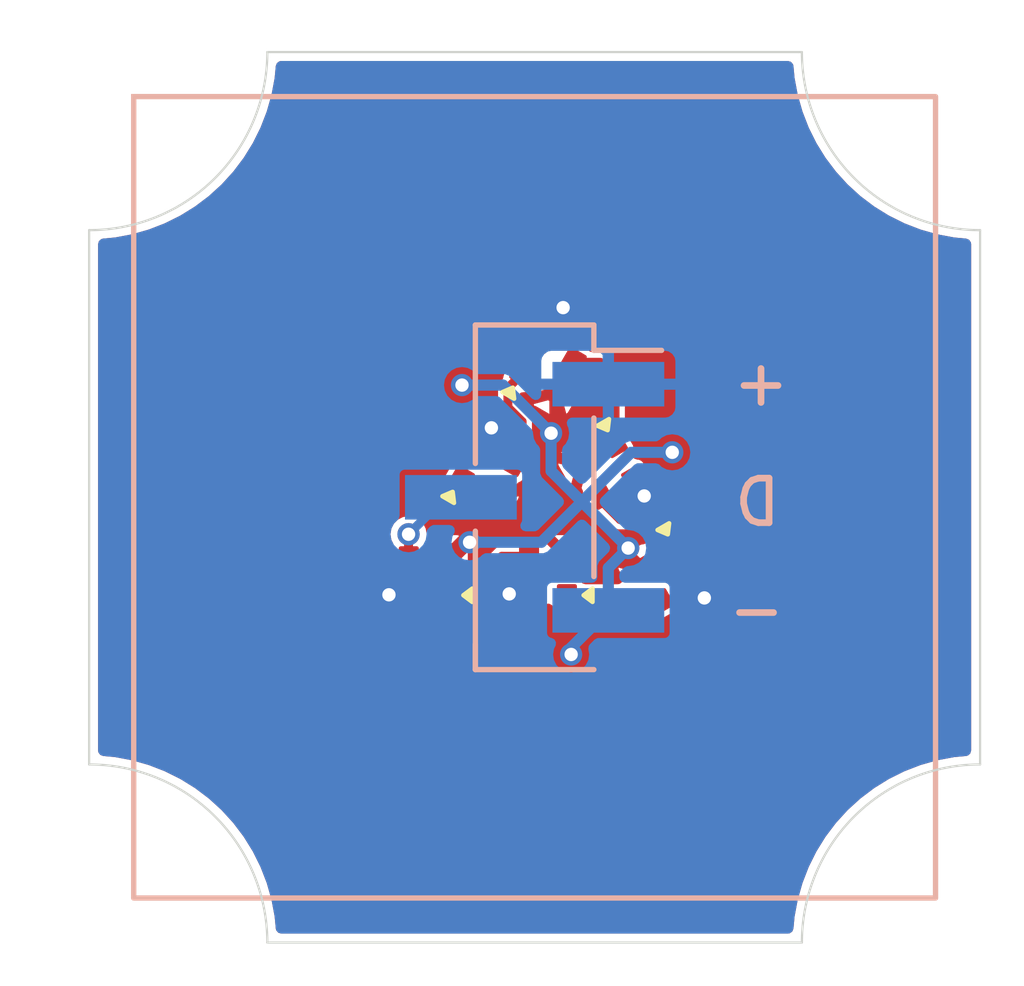
<source format=kicad_pcb>
(kicad_pcb (version 20240108) (generator "pcbnew") (generator_version "8.0")
  (layers (0 "F.Cu" signal) (31 "B.Cu" signal) (34 "B.Paste" user) (35 "F.Paste" user) (36 "B.SilkS" user "B.Silkscreen") (37 "F.SilkS" user "F.Silkscreen") (38 "B.Mask" user) (39 "F.Mask" user) (44 "Edge.Cuts" user))
  (net 0 "")
  (net 1 "GND")
  (net 2 "+5V")
  (net 3 "Net-(D1-DIN)")
  (net 4 "Net-(D1-DOUT)")
  (net 5 "Net-(D2-DOUT)")
  (net 6 "Net-(D3-DOUT)")
  (net 7 "Net-(D4-DOUT)")
  (net 8 "Net-(D5-DOUT)")
  (footprint "Pixels-dice:XL-1010RGBC-WS2812B" (layer "F.Cu") (at 133 81.75 -60)
    (property "Reference" "D3" (hide yes))
    (property "Value" "XL-1010RGBC-WS2812B")
    (fp_poly (pts (xy -0.8 -0.449999) (xy -1 -0.6) (xy -0.999999 -0.3)) (stroke (width 0.1)) (fill solid) (layer "F.SilkS"))
    (pad "1" smd roundrect (at -0.425 -0.425 300) (size 0.45 0.45) (layers "F.Cu" "F.Paste" "F.Mask") (roundrect_rratio 0.1) (net 6 "Net-(D3-DOUT)"))
    (pad "2" smd roundrect (at 0.425 -0.425 300) (size 0.45 0.45) (layers "F.Cu" "F.Paste" "F.Mask") (roundrect_rratio 0.1) (net 2 "+5V"))
    (pad "3" smd roundrect (at -0.425 0.425 300) (size 0.45 0.45) (layers "F.Cu" "F.Paste" "F.Mask") (roundrect_rratio 0.1) (net 1 "GND"))
    (pad "4" smd roundrect (at 0.425 0.425 300) (size 0.45 0.45) (layers "F.Cu" "F.Paste" "F.Mask") (roundrect_rratio 0.1) (net 5 "Net-(D2-DOUT)"))
  )
  (footprint "Pixels-dice:XL-1010RGBC-WS2812B" (layer "F.Cu") (at 131.65 79.41 -60)
    (property "Reference" "D4" (hide yes))
    (property "Value" "XL-1010RGBC-WS2812B")
    (fp_poly (pts (xy -0.8 -0.449999) (xy -1 -0.6) (xy -0.999999 -0.3)) (stroke (width 0.1)) (fill solid) (layer "F.SilkS"))
    (pad "1" smd roundrect (at -0.425 -0.425 300) (size 0.45 0.45) (layers "F.Cu" "F.Paste" "F.Mask") (roundrect_rratio 0.1) (net 7 "Net-(D4-DOUT)"))
    (pad "2" smd roundrect (at 0.425 -0.425 300) (size 0.45 0.45) (layers "F.Cu" "F.Paste" "F.Mask") (roundrect_rratio 0.1) (net 2 "+5V"))
    (pad "3" smd roundrect (at -0.425 0.425 300) (size 0.45 0.45) (layers "F.Cu" "F.Paste" "F.Mask") (roundrect_rratio 0.1) (net 1 "GND"))
    (pad "4" smd roundrect (at 0.425 0.425 300) (size 0.45 0.45) (layers "F.Cu" "F.Paste" "F.Mask") (roundrect_rratio 0.1) (net 6 "Net-(D3-DOUT)"))
  )
  (footprint "Pixels-dice:XL-1010RGBC-WS2812B" (layer "F.Cu") (at 130.3 81.75 180)
    (property "Reference" "D2" (hide yes))
    (property "Value" "XL-1010RGBC-WS2812B")
    (fp_poly (pts (xy -0.8 -0.45) (xy -1 -0.6) (xy -1 -0.3)) (stroke (width 0.1)) (fill solid) (layer "F.SilkS"))
    (pad "1" smd roundrect (at -0.425 -0.425 180) (size 0.45 0.45) (layers "F.Cu" "F.Paste" "F.Mask") (roundrect_rratio 0.1) (net 5 "Net-(D2-DOUT)"))
    (pad "2" smd roundrect (at 0.425 -0.425 180) (size 0.45 0.45) (layers "F.Cu" "F.Paste" "F.Mask") (roundrect_rratio 0.1) (net 2 "+5V"))
    (pad "3" smd roundrect (at -0.425 0.425 180) (size 0.45 0.45) (layers "F.Cu" "F.Paste" "F.Mask") (roundrect_rratio 0.1) (net 1 "GND"))
    (pad "4" smd roundrect (at 0.425 0.425 180) (size 0.45 0.45) (layers "F.Cu" "F.Paste" "F.Mask") (roundrect_rratio 0.1) (net 4 "Net-(D1-DOUT)"))
  )
  (footprint "Pixels-dice:XL-1010RGBC-WS2812B" (layer "F.Cu") (at 128.95 79.41 60)
    (property "Reference" "D6" (hide yes))
    (property "Value" "XL-1010RGBC-WS2812B")
    (fp_poly (pts (xy -0.8 -0.45) (xy -1 -0.6) (xy -1 -0.300001)) (stroke (width 0.1)) (fill solid) (layer "F.SilkS"))
    (pad "1" smd roundrect (at -0.425 -0.425 60) (size 0.45 0.45) (layers "F.Cu" "F.Paste" "F.Mask") (roundrect_rratio 0.1))
    (pad "2" smd roundrect (at 0.425 -0.425 60) (size 0.45 0.45) (layers "F.Cu" "F.Paste" "F.Mask") (roundrect_rratio 0.1) (net 2 "+5V"))
    (pad "3" smd roundrect (at -0.425 0.425 60) (size 0.45 0.45) (layers "F.Cu" "F.Paste" "F.Mask") (roundrect_rratio 0.1) (net 1 "GND"))
    (pad "4" smd roundrect (at 0.425 0.425 60) (size 0.45 0.45) (layers "F.Cu" "F.Paste" "F.Mask") (roundrect_rratio 0.1) (net 8 "Net-(D5-DOUT)"))
  )
  (footprint "Pixels-dice:XL-1010RGBC-WS2812B" (layer "F.Cu") (at 127.6 81.75 180)
    (property "Reference" "D1" (hide yes))
    (property "Value" "XL-1010RGBC-WS2812B")
    (fp_poly (pts (xy -0.8 -0.45) (xy -1 -0.6) (xy -1 -0.3)) (stroke (width 0.1)) (fill solid) (layer "F.SilkS"))
    (pad "1" smd roundrect (at -0.425 -0.425 180) (size 0.45 0.45) (layers "F.Cu" "F.Paste" "F.Mask") (roundrect_rratio 0.1) (net 4 "Net-(D1-DOUT)"))
    (pad "2" smd roundrect (at 0.425 -0.425 180) (size 0.45 0.45) (layers "F.Cu" "F.Paste" "F.Mask") (roundrect_rratio 0.1) (net 2 "+5V"))
    (pad "3" smd roundrect (at -0.425 0.425 180) (size 0.45 0.45) (layers "F.Cu" "F.Paste" "F.Mask") (roundrect_rratio 0.1) (net 1 "GND"))
    (pad "4" smd roundrect (at 0.425 0.425 180) (size 0.45 0.45) (layers "F.Cu" "F.Paste" "F.Mask") (roundrect_rratio 0.1) (net 3 "Net-(D1-DIN)"))
  )
  (footprint "Pixels-dice:XL-1010RGBC-WS2812B" (layer "F.Cu") (at 130.3 77.07 60)
    (property "Reference" "D5" (hide yes))
    (property "Value" "XL-1010RGBC-WS2812B")
    (fp_poly (pts (xy -0.8 -0.45) (xy -1 -0.6) (xy -1 -0.300001)) (stroke (width 0.1)) (fill solid) (layer "F.SilkS"))
    (pad "1" smd roundrect (at -0.425 -0.425 60) (size 0.45 0.45) (layers "F.Cu" "F.Paste" "F.Mask") (roundrect_rratio 0.1) (net 8 "Net-(D5-DOUT)"))
    (pad "2" smd roundrect (at 0.425 -0.425 60) (size 0.45 0.45) (layers "F.Cu" "F.Paste" "F.Mask") (roundrect_rratio 0.1) (net 2 "+5V"))
    (pad "3" smd roundrect (at -0.425 0.425 60) (size 0.45 0.45) (layers "F.Cu" "F.Paste" "F.Mask") (roundrect_rratio 0.1) (net 1 "GND"))
    (pad "4" smd roundrect (at 0.425 0.425 60) (size 0.45 0.45) (layers "F.Cu" "F.Paste" "F.Mask") (roundrect_rratio 0.1) (net 7 "Net-(D4-DOUT)"))
  )
  (footprint "Connector_PinHeader_2.54mm:PinHeader_1x03_P2.54mm_Vertical_SMD_Pin1Left" (layer "B.Cu") (at 130 80 180)
    (property "Reference" "J1" (hide yes))
    (property "Value" "HX PZ2.54-1x3P TP-YQ")
    (fp_line (start 1.33 3.87) (end -1.33 3.87) (stroke (width 0.12)) (layer "B.SilkS"))
    (fp_line (start 1.33 0.76) (end 1.33 3.87) (stroke (width 0.12)) (layer "B.SilkS"))
    (fp_line (start 1.33 -3.87) (end 1.33 -0.76) (stroke (width 0.12)) (layer "B.SilkS"))
    (fp_line (start 1.33 -3.87) (end 1.33 -3.3) (stroke (width 0.12)) (layer "B.SilkS"))
    (fp_line (start 1.33 -3.87) (end -1.33 -3.87) (stroke (width 0.12)) (layer "B.SilkS"))
    (fp_line (start -1.33 3.3) (end -1.33 3.87) (stroke (width 0.12)) (layer "B.SilkS"))
    (fp_line (start -1.33 -1.78) (end -1.33 1.78) (stroke (width 0.12)) (layer "B.SilkS"))
    (fp_line (start -2.85 3.3) (end -1.33 3.3) (stroke (width 0.12)) (layer "B.SilkS"))
    (pad "1" smd rect (at -1.655 2.54 180) (size 2.51 1) (layers "B.Cu" "B.Paste" "B.Mask") (net 2 "+5V"))
    (pad "2" smd rect (at 1.655 0 180) (size 2.51 1) (layers "B.Cu" "B.Paste" "B.Mask") (net 3 "Net-(D1-DIN)"))
    (pad "3" smd rect (at -1.655 -2.54 180) (size 2.51 1) (layers "B.Cu" "B.Paste" "B.Mask") (net 1 "GND"))
  )
  (gr_rect (start 121 71) (end 139 89) (stroke (width 0.12)) (fill none) (layer "B.SilkS"))
  (gr_line (start 140 74) (end 140 86) (stroke (width 0.05)) (layer "Edge.Cuts"))
  (gr_arc (start 124 70) (mid 122.828427 72.828427) (end 120 74) (stroke (width 0.05)) (layer "Edge.Cuts"))
  (gr_arc (start 140 74) (mid 137.171573 72.828427) (end 136 70) (stroke (width 0.05)) (layer "Edge.Cuts"))
  (gr_arc (start 136 90) (mid 137.171573 87.171573) (end 140 86) (stroke (width 0.05)) (layer "Edge.Cuts"))
  (gr_line (start 136 90) (end 124 90) (stroke (width 0.05)) (layer "Edge.Cuts"))
  (gr_line (start 120 86) (end 120 74) (stroke (width 0.05)) (layer "Edge.Cuts"))
  (gr_arc (start 120 86) (mid 122.828427 87.171573) (end 124 90) (stroke (width 0.05)) (layer "Edge.Cuts"))
  (gr_line (start 124 70) (end 136 70) (stroke (width 0.05)) (layer "Edge.Cuts"))
  (gr_text "+" (at 135.8 78 -0) (layer "B.SilkS") (effects (font (size 1 1)) (justify left bottom mirror)))
  (gr_text "-" (at 135.7 83.1 -0) (layer "B.SilkS") (effects (font (size 1 1)) (justify left bottom mirror)))
  (gr_text "D" (at 135.6 80.7 -0) (layer "B.SilkS") (effects (font (size 1 1)) (justify left bottom mirror)))
  (segment (start 129.105561 79.990561) (end 129.105561 80.444439) (width 0.25) (layer "F.Cu") (net 1))
  (segment (start 132.1 81.275) (end 132.419439 81.594439) (width 0.25) (layer "F.Cu") (net 1))
  (segment (start 129.105561 80.444439) (end 128.54 81.01) (width 0.25) (layer "F.Cu") (net 1))
  (segment (start 131.064439 79.254439) (end 130.37 78.56) (width 0.25) (layer "F.Cu") (net 1))
  (segment (start 130.455561 77.650561) (end 130.455561 78.474439) (width 0.25) (layer "F.Cu") (net 1))
  (segment (start 132.1 81.14) (end 132.1 81.275) (width 0.25) (layer "F.Cu") (net 1))
  (segment (start 131.069439 79.254439) (end 131.064439 79.254439) (width 0.25) (layer "F.Cu") (net 1))
  (segment (start 128.225 81.325) (end 128.54 81.01) (width 0.25) (layer "F.Cu") (net 1))
  (segment (start 128.025 81.325) (end 128.225 81.325) (width 0.25) (layer "F.Cu") (net 1))
  (segment (start 130.455561 78.474439) (end 130.37 78.56) (width 0.25) (layer "F.Cu") (net 1))
  (via (at 128.54 81.01) (size 0.5) (drill 0.3) (layers "F.Cu" "B.Cu") (net 1))
  (via (at 130.82 83.53) (size 0.5) (drill 0.3) (layers "F.Cu" "B.Cu") (net 1))
  (via (at 130.37 78.56) (size 0.5) (drill 0.3) (layers "F.Cu" "B.Cu") (net 1))
  (via (at 133.09 78.99) (size 0.5) (drill 0.3) (layers "F.Cu" "B.Cu") (net 1))
  (via (at 132.1 81.14) (size 0.5) (drill 0.3) (layers "F.Cu" "B.Cu") (net 1))
  (via (at 128.37 77.48) (size 0.5) (drill 0.3) (layers "F.Cu" "B.Cu") (net 1))
  (segment (start 130.82 83.53) (end 130.82 83.375) (width 0.25) (layer "B.Cu") (net 1))
  (segment (start 129.29 77.48) (end 130.37 78.56) (width 0.25) (layer "B.Cu") (net 1))
  (segment (start 131.06 80.1) (end 132.1 81.14) (width 0.25) (layer "B.Cu") (net 1))
  (segment (start 130.82 83.375) (end 131.655 82.54) (width 0.25) (layer "B.Cu") (net 1))
  (segment (start 130.37 78.56) (end 130.37 79.41) (width 0.25) (layer "B.Cu") (net 1))
  (segment (start 130.15 81.01) (end 131.06 80.1) (width 0.25) (layer "B.Cu") (net 1))
  (segment (start 133.09 78.99) (end 132.17 78.99) (width 0.25) (layer "B.Cu") (net 1))
  (segment (start 128.54 81.01) (end 130.15 81.01) (width 0.25) (layer "B.Cu") (net 1))
  (segment (start 130.37 79.41) (end 131.06 80.1) (width 0.25) (layer "B.Cu") (net 1))
  (segment (start 132.17 78.99) (end 131.06 80.1) (width 0.25) (layer "B.Cu") (net 1))
  (segment (start 131.655 82.54) (end 131.655 81.585) (width 0.25) (layer "B.Cu") (net 1))
  (segment (start 131.655 81.585) (end 132.1 81.14) (width 0.25) (layer "B.Cu") (net 1))
  (segment (start 128.37 77.48) (end 129.29 77.48) (width 0.25) (layer "B.Cu") (net 1))
  (segment (start 132.230561 79.740561) (end 132.46 79.97) (width 0.25) (layer "F.Cu") (net 2))
  (segment (start 127.175 82.175) (end 126.745 82.175) (width 0.25) (layer "F.Cu") (net 2))
  (segment (start 128.794439 78.675561) (end 129.03 78.44) (width 0.25) (layer "F.Cu") (net 2))
  (segment (start 129.435 82.175) (end 129.43 82.17) (width 0.25) (layer "F.Cu") (net 2))
  (segment (start 126.745 82.175) (end 126.73 82.19) (width 0.25) (layer "F.Cu") (net 2))
  (segment (start 129.875 82.175) (end 129.435 82.175) (width 0.25) (layer "F.Cu") (net 2))
  (segment (start 133.580561 82.030561) (end 133.81 82.26) (width 0.25) (layer "F.Cu") (net 2))
  (segment (start 132.230561 79.565561) (end 132.230561 79.740561) (width 0.25) (layer "F.Cu") (net 2))
  (segment (start 133.580561 81.905561) (end 133.580561 82.030561) (width 0.25) (layer "F.Cu") (net 2))
  (segment (start 128.794439 78.829439) (end 128.794439 78.675561) (width 0.25) (layer "F.Cu") (net 2))
  (segment (start 130.64 75.993878) (end 130.144439 76.489439) (width 0.25) (layer "F.Cu") (net 2))
  (segment (start 130.64 75.74) (end 130.64 75.993878) (width 0.25) (layer "F.Cu") (net 2))
  (via (at 129.43 82.17) (size 0.5) (drill 0.3) (layers "F.Cu" "B.Cu") (net 2))
  (via (at 132.46 79.97) (size 0.5) (drill 0.3) (layers "F.Cu" "B.Cu") (net 2))
  (via (at 130.64 75.74) (size 0.5) (drill 0.3) (layers "F.Cu" "B.Cu") (net 2))
  (via (at 133.81 82.26) (size 0.5) (drill 0.3) (layers "F.Cu" "B.Cu") (net 2))
  (via (at 126.73 82.19) (size 0.5) (drill 0.3) (layers "F.Cu" "B.Cu") (net 2))
  (via (at 129.03 78.44) (size 0.5) (drill 0.3) (layers "F.Cu" "B.Cu") (net 2))
  (segment (start 131.655 77.46) (end 131.655 76.755) (width 0.25) (layer "B.Cu") (net 2))
  (segment (start 131.655 76.755) (end 130.64 75.74) (width 0.25) (layer "B.Cu") (net 2))
  (segment (start 127.17 81.32) (end 127.175 81.325) (width 0.2) (layer "F.Cu") (net 3))
  (segment (start 127.17 80.83) (end 127.17 81.32) (width 0.2) (layer "F.Cu") (net 3))
  (via (at 127.17 80.83) (size 0.5) (drill 0.3) (layers "F.Cu" "B.Cu") (net 3))
  (segment (start 128 80) (end 127.17 80.83) (width 0.2) (layer "B.Cu") (net 3))
  (segment (start 128.345 80) (end 128 80) (width 0.2) (layer "B.Cu") (net 3))
  (segment (start 128.415 82.175) (end 129.265 81.325) (width 0.2) (layer "F.Cu") (net 4))
  (segment (start 128.025 82.175) (end 128.415 82.175) (width 0.2) (layer "F.Cu") (net 4))
  (segment (start 129.265 81.325) (end 129.875 81.325) (width 0.2) (layer "F.Cu") (net 4))
  (segment (start 132.688878 82.175) (end 132.844439 82.330561) (width 0.2) (layer "F.Cu") (net 5))
  (segment (start 130.725 82.175) (end 132.688878 82.175) (width 0.2) (layer "F.Cu") (net 5))
  (segment (start 131.92 80.5) (end 131.494439 80.074439) (width 0.2) (layer "F.Cu") (net 6))
  (segment (start 132.486122 80.5) (end 131.92 80.5) (width 0.2) (layer "F.Cu") (net 6))
  (segment (start 131.494439 80.074439) (end 131.494439 79.990561) (width 0.2) (layer "F.Cu") (net 6))
  (segment (start 133.155561 81.169439) (end 132.486122 80.5) (width 0.2) (layer "F.Cu") (net 6))
  (segment (start 131.805561 77.305561) (end 131.805561 78.829439) (width 0.2) (layer "F.Cu") (net 7))
  (segment (start 130.933061 76.966939) (end 131.466939 76.966939) (width 0.2) (layer "F.Cu") (net 7))
  (segment (start 130.880561 76.914439) (end 130.933061 76.966939) (width 0.2) (layer "F.Cu") (net 7))
  (segment (start 131.466939 76.966939) (end 131.805561 77.305561) (width 0.2) (layer "F.Cu") (net 7))
  (segment (start 129.719439 77.225561) (end 129.4 77.545) (width 0.2) (layer "F.Cu") (net 8))
  (segment (start 129.719439 78.3) (end 129.719439 79.065561) (width 0.2) (layer "F.Cu") (net 8))
  (segment (start 129.4 77.980561) (end 129.719439 78.3) (width 0.2) (layer "F.Cu") (net 8))
  (segment (start 129.719439 79.065561) (end 129.530561 79.254439) (width 0.2) (layer "F.Cu") (net 8))
  (segment (start 129.4 77.545) (end 129.4 77.980561) (width 0.2) (layer "F.Cu") (net 8))
  (zone (net 1) (net_name "GND") (layer "F.Cu") (connect_pads (clearance 0)) (min_thickness 0.25) (fill yes (thermal_gap 0.25) (thermal_bridge_width 0.25))
    (polygon (pts (xy 141 69) (xy 119 69) (xy 119 91) (xy 141 91)))
  )
  (zone (net 2) (net_name "+5V") (layer "B.Cu") (priority 1) (connect_pads (clearance 0)) (min_thickness 0.25) (fill yes (thermal_gap 0.25) (thermal_bridge_width 0.25))
    (polygon (pts (xy 119 69) (xy 119 91) (xy 141 91) (xy 141 69)))
  )
)
</source>
